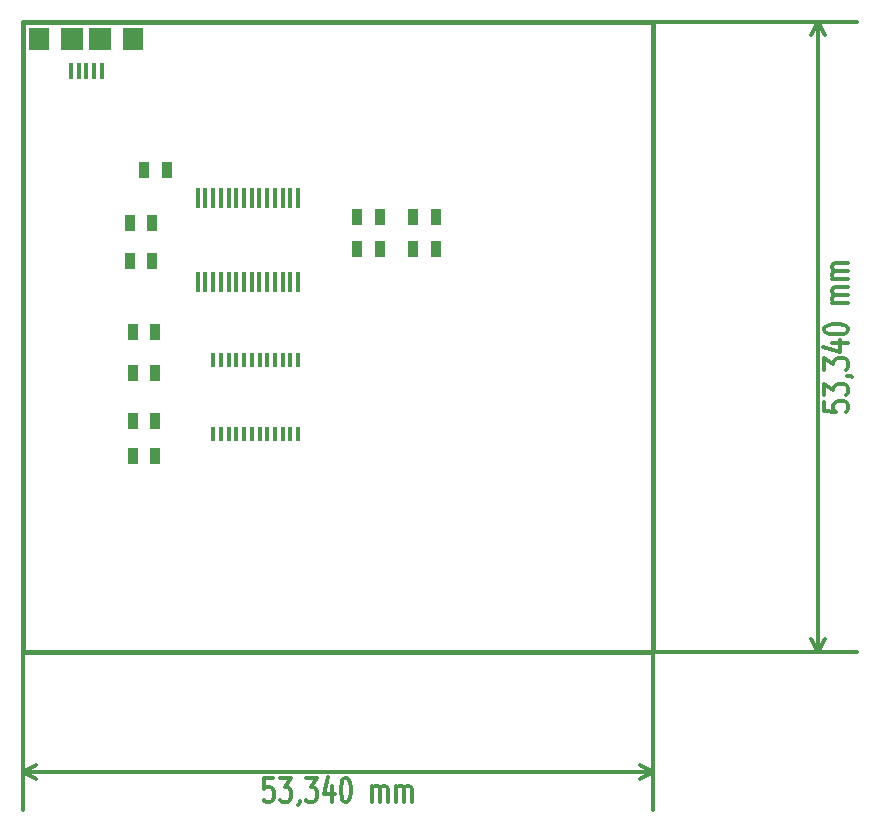
<source format=gtp>
G04 (created by PCBNEW (2013-mar-13)-testing) date Fri 28 Jun 2013 12:11:23 PM CEST*
%MOIN*%
G04 Gerber Fmt 3.4, Leading zero omitted, Abs format*
%FSLAX34Y34*%
G01*
G70*
G90*
G04 APERTURE LIST*
%ADD10C,0.005906*%
%ADD11C,0.015000*%
%ADD12C,0.012000*%
%ADD13R,0.011800X0.047244*%
%ADD14R,0.015700X0.053100*%
%ADD15R,0.070900X0.074800*%
%ADD16R,0.074800X0.074800*%
%ADD17R,0.035000X0.055000*%
%ADD18R,0.016000X0.070900*%
G04 APERTURE END LIST*
G54D10*
G54D11*
X32500Y-49500D02*
X32500Y-28500D01*
X11500Y-49500D02*
X32500Y-49500D01*
X11500Y-28500D02*
X11500Y-49500D01*
X32500Y-28500D02*
X11500Y-28500D01*
G54D12*
X19828Y-53700D02*
X19542Y-53700D01*
X19514Y-54081D01*
X19542Y-54043D01*
X19599Y-54005D01*
X19742Y-54005D01*
X19799Y-54043D01*
X19828Y-54081D01*
X19857Y-54158D01*
X19857Y-54348D01*
X19828Y-54424D01*
X19799Y-54462D01*
X19742Y-54500D01*
X19599Y-54500D01*
X19542Y-54462D01*
X19514Y-54424D01*
X20057Y-53700D02*
X20428Y-53700D01*
X20228Y-54005D01*
X20314Y-54005D01*
X20371Y-54043D01*
X20399Y-54081D01*
X20428Y-54158D01*
X20428Y-54348D01*
X20399Y-54424D01*
X20371Y-54462D01*
X20314Y-54500D01*
X20142Y-54500D01*
X20085Y-54462D01*
X20057Y-54424D01*
X20714Y-54462D02*
X20714Y-54500D01*
X20685Y-54577D01*
X20657Y-54615D01*
X20914Y-53700D02*
X21285Y-53700D01*
X21085Y-54005D01*
X21171Y-54005D01*
X21228Y-54043D01*
X21257Y-54081D01*
X21285Y-54158D01*
X21285Y-54348D01*
X21257Y-54424D01*
X21228Y-54462D01*
X21171Y-54500D01*
X21000Y-54500D01*
X20942Y-54462D01*
X20914Y-54424D01*
X21800Y-53967D02*
X21800Y-54500D01*
X21657Y-53662D02*
X21514Y-54234D01*
X21885Y-54234D01*
X22228Y-53700D02*
X22285Y-53700D01*
X22342Y-53739D01*
X22371Y-53777D01*
X22400Y-53853D01*
X22428Y-54005D01*
X22428Y-54196D01*
X22400Y-54348D01*
X22371Y-54424D01*
X22342Y-54462D01*
X22285Y-54500D01*
X22228Y-54500D01*
X22171Y-54462D01*
X22142Y-54424D01*
X22114Y-54348D01*
X22085Y-54196D01*
X22085Y-54005D01*
X22114Y-53853D01*
X22142Y-53777D01*
X22171Y-53739D01*
X22228Y-53700D01*
X23142Y-54500D02*
X23142Y-53967D01*
X23142Y-54043D02*
X23171Y-54005D01*
X23228Y-53967D01*
X23314Y-53967D01*
X23371Y-54005D01*
X23400Y-54081D01*
X23400Y-54500D01*
X23400Y-54081D02*
X23428Y-54005D01*
X23485Y-53967D01*
X23571Y-53967D01*
X23628Y-54005D01*
X23657Y-54081D01*
X23657Y-54500D01*
X23942Y-54500D02*
X23942Y-53967D01*
X23942Y-54043D02*
X23971Y-54005D01*
X24028Y-53967D01*
X24114Y-53967D01*
X24171Y-54005D01*
X24200Y-54081D01*
X24200Y-54500D01*
X24200Y-54081D02*
X24228Y-54005D01*
X24285Y-53967D01*
X24371Y-53967D01*
X24428Y-54005D01*
X24457Y-54081D01*
X24457Y-54500D01*
X11500Y-53499D02*
X32500Y-53499D01*
X11500Y-49500D02*
X11500Y-54779D01*
X32500Y-49500D02*
X32500Y-54779D01*
X32500Y-53499D02*
X32057Y-53729D01*
X32500Y-53499D02*
X32057Y-53269D01*
X11500Y-53499D02*
X11943Y-53729D01*
X11500Y-53499D02*
X11943Y-53269D01*
X38201Y-41171D02*
X38201Y-41457D01*
X38582Y-41485D01*
X38544Y-41457D01*
X38506Y-41400D01*
X38506Y-41257D01*
X38544Y-41200D01*
X38582Y-41171D01*
X38659Y-41142D01*
X38849Y-41142D01*
X38925Y-41171D01*
X38963Y-41200D01*
X39001Y-41257D01*
X39001Y-41400D01*
X38963Y-41457D01*
X38925Y-41485D01*
X38201Y-40942D02*
X38201Y-40571D01*
X38506Y-40771D01*
X38506Y-40685D01*
X38544Y-40628D01*
X38582Y-40600D01*
X38659Y-40571D01*
X38849Y-40571D01*
X38925Y-40600D01*
X38963Y-40628D01*
X39001Y-40685D01*
X39001Y-40857D01*
X38963Y-40914D01*
X38925Y-40942D01*
X38963Y-40285D02*
X39001Y-40285D01*
X39078Y-40314D01*
X39116Y-40342D01*
X38201Y-40085D02*
X38201Y-39714D01*
X38506Y-39914D01*
X38506Y-39828D01*
X38544Y-39771D01*
X38582Y-39742D01*
X38659Y-39714D01*
X38849Y-39714D01*
X38925Y-39742D01*
X38963Y-39771D01*
X39001Y-39828D01*
X39001Y-40000D01*
X38963Y-40057D01*
X38925Y-40085D01*
X38468Y-39200D02*
X39001Y-39200D01*
X38163Y-39342D02*
X38735Y-39485D01*
X38735Y-39114D01*
X38201Y-38771D02*
X38201Y-38714D01*
X38240Y-38657D01*
X38278Y-38628D01*
X38354Y-38600D01*
X38506Y-38571D01*
X38697Y-38571D01*
X38849Y-38600D01*
X38925Y-38628D01*
X38963Y-38657D01*
X39001Y-38714D01*
X39001Y-38771D01*
X38963Y-38828D01*
X38925Y-38857D01*
X38849Y-38885D01*
X38697Y-38914D01*
X38506Y-38914D01*
X38354Y-38885D01*
X38278Y-38857D01*
X38240Y-38828D01*
X38201Y-38771D01*
X39001Y-37857D02*
X38468Y-37857D01*
X38544Y-37857D02*
X38506Y-37828D01*
X38468Y-37771D01*
X38468Y-37685D01*
X38506Y-37628D01*
X38582Y-37599D01*
X39001Y-37599D01*
X38582Y-37599D02*
X38506Y-37571D01*
X38468Y-37514D01*
X38468Y-37428D01*
X38506Y-37371D01*
X38582Y-37342D01*
X39001Y-37342D01*
X39001Y-37057D02*
X38468Y-37057D01*
X38544Y-37057D02*
X38506Y-37028D01*
X38468Y-36971D01*
X38468Y-36885D01*
X38506Y-36828D01*
X38582Y-36799D01*
X39001Y-36799D01*
X38582Y-36799D02*
X38506Y-36771D01*
X38468Y-36714D01*
X38468Y-36628D01*
X38506Y-36571D01*
X38582Y-36542D01*
X39001Y-36542D01*
X38000Y-49500D02*
X38000Y-28500D01*
X32500Y-49500D02*
X39280Y-49500D01*
X32500Y-28500D02*
X39280Y-28500D01*
X38000Y-28500D02*
X38230Y-28943D01*
X38000Y-28500D02*
X37770Y-28943D01*
X38000Y-49500D02*
X38230Y-49057D01*
X38000Y-49500D02*
X37770Y-49057D01*
G54D13*
X19122Y-39760D03*
X18866Y-39760D03*
X18354Y-39760D03*
X18610Y-39760D03*
X17843Y-39760D03*
X18098Y-39760D03*
X19634Y-39760D03*
X19378Y-39760D03*
X20146Y-39760D03*
X19890Y-39760D03*
X20402Y-39760D03*
X20657Y-39760D03*
X20657Y-42239D03*
X20402Y-42239D03*
X19890Y-42239D03*
X20146Y-42239D03*
X19378Y-42239D03*
X19634Y-42239D03*
X18098Y-42239D03*
X17843Y-42239D03*
X18610Y-42239D03*
X18354Y-42239D03*
X18866Y-42239D03*
X19122Y-42239D03*
G54D14*
X13088Y-30123D03*
X13344Y-30123D03*
X13600Y-30123D03*
X13856Y-30123D03*
X14112Y-30123D03*
G54D15*
X12025Y-29070D03*
G54D16*
X13128Y-29070D03*
X14072Y-29070D03*
G54D15*
X15175Y-29070D03*
G54D17*
X15808Y-36469D03*
X15058Y-36469D03*
X15906Y-38831D03*
X15156Y-38831D03*
X15808Y-35189D03*
X15058Y-35189D03*
X15906Y-40209D03*
X15156Y-40209D03*
X25257Y-36075D03*
X24507Y-36075D03*
X25257Y-34992D03*
X24507Y-34992D03*
X22637Y-36075D03*
X23387Y-36075D03*
X22637Y-34992D03*
X23387Y-34992D03*
X15906Y-41783D03*
X15156Y-41783D03*
X15906Y-42965D03*
X15156Y-42965D03*
X16284Y-33421D03*
X15534Y-33421D03*
G54D18*
X17326Y-37180D03*
X17576Y-37180D03*
X17836Y-37180D03*
X18096Y-37180D03*
X18346Y-37180D03*
X18606Y-37180D03*
X18866Y-37180D03*
X19116Y-37180D03*
X19376Y-37180D03*
X19626Y-37180D03*
X19886Y-37180D03*
X20146Y-37180D03*
X20396Y-37180D03*
X20656Y-37180D03*
X20656Y-34380D03*
X20396Y-34380D03*
X20156Y-34380D03*
X19886Y-34380D03*
X19626Y-34380D03*
X19376Y-34380D03*
X19116Y-34380D03*
X18866Y-34380D03*
X18606Y-34380D03*
X18346Y-34380D03*
X18096Y-34380D03*
X17836Y-34380D03*
X17576Y-34380D03*
X17326Y-34380D03*
M02*

</source>
